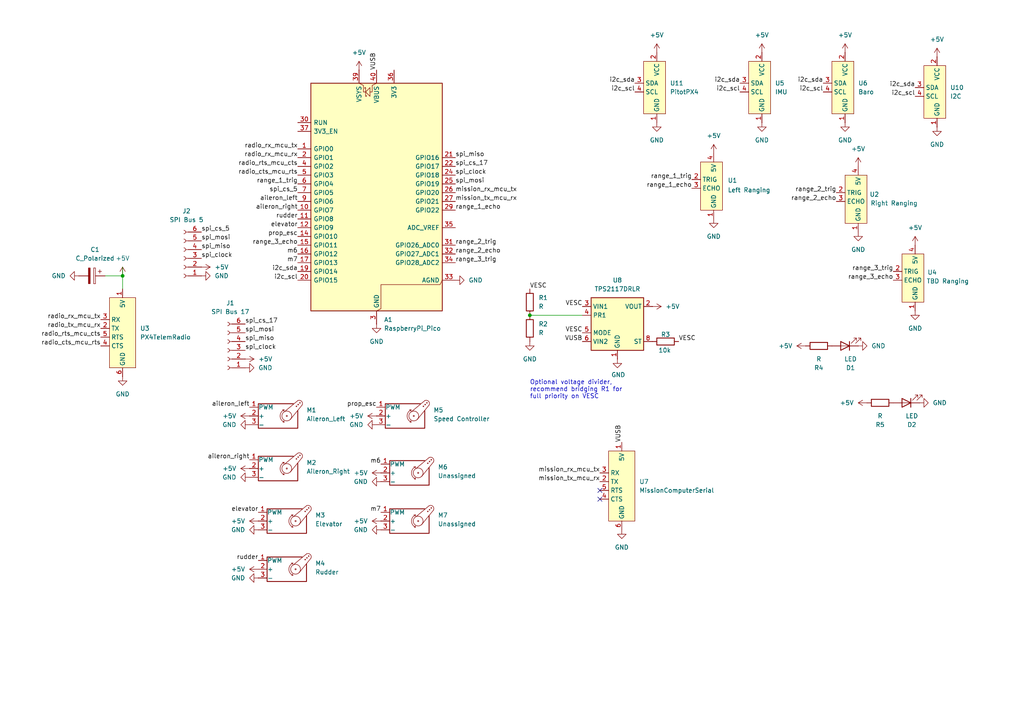
<source format=kicad_sch>
(kicad_sch (version 20250114) (generator "eeschema") (generator_version "9.0")
  (paper "A4")
  (lib_symbols
    (symbol "Connector:Conn_01x06_Socket" (pin_names (offset 1.016) (hide yes))
      (property "Reference" "J" (at 0 7.62 0))
      (property "Value" "Conn_01x06_Socket" (at 0 -10.16 0))
      (symbol "Conn_01x06_Socket_1_1"
        (polyline (pts (xy -1.27 5.08) (xy -0.508 5.08)) (stroke (width 0.1524)))
        (polyline (pts (xy -1.27 2.54) (xy -0.508 2.54)) (stroke (width 0.1524)))
        (polyline (pts (xy -1.27 0) (xy -0.508 0)) (stroke (width 0.1524)))
        (polyline (pts (xy -1.27 -2.54) (xy -0.508 -2.54)) (stroke (width 0.1524)))
        (polyline (pts (xy -1.27 -5.08) (xy -0.508 -5.08)) (stroke (width 0.1524)))
        (polyline (pts (xy -1.27 -7.62) (xy -0.508 -7.62)) (stroke (width 0.1524)))
        (arc (start 0 4.572) (mid -0.5058 5.08) (end 0 5.588) (stroke (width 0.1524)))
        (arc (start 0 2.032) (mid -0.5058 2.54) (end 0 3.048) (stroke (width 0.1524)))
        (arc (start 0 -0.508) (mid -0.5058 0) (end 0 0.508) (stroke (width 0.1524)))
        (arc (start 0 -3.048) (mid -0.5058 -2.54) (end 0 -2.032) (stroke (width 0.1524)))
        (arc (start 0 -5.588) (mid -0.5058 -5.08) (end 0 -4.572) (stroke (width 0.1524)))
        (arc (start 0 -8.128) (mid -0.5058 -7.62) (end 0 -7.112) (stroke (width 0.1524)))
        (pin passive line (at -5.08 5.08 0) (length 3.81) (name "Pin_1") (number "1"))
        (pin passive line (at -5.08 2.54 0) (length 3.81) (name "Pin_2") (number "2"))
        (pin passive line (at -5.08 0 0) (length 3.81) (name "Pin_3") (number "3"))
        (pin passive line (at -5.08 -2.54 0) (length 3.81) (name "Pin_4") (number "4"))
        (pin passive line (at -5.08 -5.08 0) (length 3.81) (name "Pin_5") (number "5"))
        (pin passive line (at -5.08 -7.62 0) (length 3.81) (name "Pin_6") (number "6"))
      )
    )
    (symbol "Connector:STEMMA"
      (property "Reference" "U" (at 4.572 1.016 0))
      (property "Value" "STEMMA I2C" (at 4.572 -1.016 0))
      (symbol "STEMMA_1_1"
        (rectangle (start -2.54 7.62) (end 3.81 -7.62) (fill (type background)))
        (pin bidirectional line (at -5.08 1.27 0) (length 2.54) (name "SDA") (number "3"))
        (pin input line (at -5.08 -1.27 0) (length 2.54) (name "SCL") (number "4"))
        (pin power_in line (at 1.27 10.16 270) (length 2.54) (name "VCC") (number "2"))
        (pin input line (at 1.27 -10.16 90) (length 2.54) (name "GND") (number "1"))
      )
    )
    (symbol "Device:C_Polarized" (pin_numbers (hide yes)) (pin_names (offset 0.254))
      (property "Reference" "C" (at 0.635 2.54 0))
      (property "Value" "C_Polarized" (at 0.635 -2.54 0))
      (symbol "C_Polarized_0_1"
        (rectangle (start -2.286 0.508) (end 2.286 1.016))
        (polyline (pts (xy -1.778 2.286) (xy -0.762 2.286)))
        (polyline (pts (xy -1.27 2.794) (xy -1.27 1.778)))
        (rectangle (start 2.286 -0.508) (end -2.286 -1.016) (fill (type outline)))
      )
      (symbol "C_Polarized_1_1"
        (pin passive line (at 0 3.81 270) (length 2.794) (name "~") (number "1"))
        (pin passive line (at 0 -3.81 90) (length 2.794) (name "~") (number "2"))
      )
    )
    (symbol "Device:LED" (pin_numbers (hide yes)) (pin_names (offset 1.016) (hide yes))
      (property "Reference" "D" (at 0 2.54 0))
      (property "Value" "LED" (at 0 -2.54 0))
      (symbol "LED_0_1"
        (polyline (pts (xy -3.048 -0.762) (xy -4.572 -2.286) (xy -3.81 -2.286) (xy -4.572 -2.286) (xy -4.572 -1.524)))
        (polyline (pts (xy -1.778 -0.762) (xy -3.302 -2.286) (xy -2.54 -2.286) (xy -3.302 -2.286) (xy -3.302 -1.524)))
        (polyline (pts (xy -1.27 0) (xy 1.27 0)))
        (polyline (pts (xy -1.27 -1.27) (xy -1.27 1.27)) (stroke (width 0.254)))
        (polyline (pts (xy 1.27 -1.27) (xy 1.27 1.27) (xy -1.27 0) (xy 1.27 -1.27)) (stroke (width 0.254)))
      )
      (symbol "LED_1_1"
        (pin passive line (at -3.81 0 0) (length 2.54) (name "K") (number "1"))
        (pin passive line (at 3.81 0 180) (length 2.54) (name "A") (number "2"))
      )
    )
    (symbol "Device:R" (pin_numbers (hide yes)) (pin_names (offset 0))
      (property "Reference" "R" (at 2.032 0 90))
      (property "Value" "R" (at 0 0 90))
      (symbol "R_0_1"
        (rectangle (start -1.016 -2.54) (end 1.016 2.54) (stroke (width 0.254)))
      )
      (symbol "R_1_1"
        (pin passive line (at 0 3.81 270) (length 1.27) (name "~") (number "1"))
        (pin passive line (at 0 -3.81 90) (length 1.27) (name "~") (number "2"))
      )
    )
    (symbol "MCU_Module:RaspberryPi_Pico" (pin_names (offset 0.762))
      (property "Reference" "A" (at -19.05 35.56 0))
      (property "Value" "RaspberryPi_Pico" (at 7.62 35.56 0))
      (symbol "RaspberryPi_Pico_0_1"
        (rectangle (start -19.05 34.29) (end 19.05 -31.75) (stroke (width 0.254)) (fill (type background)))
        (polyline (pts (xy -5.08 34.29) (xy -3.81 33.655) (xy -3.81 31.75) (xy -3.175 31.75)))
        (polyline (pts (xy -3.429 32.766) (xy -3.429 33.02) (xy -3.175 33.02) (xy -3.175 30.48) (xy -2.921 30.48) (xy -2.921 30.734)))
        (polyline (pts (xy -3.175 31.75) (xy -1.905 33.02) (xy -1.905 30.48) (xy -3.175 31.75)))
        (polyline (pts (xy 0 34.29) (xy -1.27 33.655) (xy -1.27 31.75) (xy -1.905 31.75)))
        (polyline (pts (xy 0 -31.75) (xy 1.27 -31.115) (xy 1.27 -24.13) (xy 18.415 -24.13) (xy 19.05 -22.86)))
      )
      (symbol "RaspberryPi_Pico_1_1"
        (pin passive line (at -22.86 22.86 0) (length 3.81) (name "RUN") (number "30"))
        (pin passive line (at -22.86 20.32 0) (length 3.81) (name "3V3_EN") (number "37"))
        (pin bidirectional line (at -22.86 15.24 0) (length 3.81) (name "GPIO0") (number "1"))
        (pin bidirectional line (at -22.86 12.7 0) (length 3.81) (name "GPIO1") (number "2"))
        (pin bidirectional line (at -22.86 10.16 0) (length 3.81) (name "GPIO2") (number "4"))
        (pin bidirectional line (at -22.86 7.62 0) (length 3.81) (name "GPIO3") (number "5"))
        (pin bidirectional line (at -22.86 5.08 0) (length 3.81) (name "GPIO4") (number "6"))
        (pin bidirectional line (at -22.86 2.54 0) (length 3.81) (name "GPIO5") (number "7"))
        (pin bidirectional line (at -22.86 0 0) (length 3.81) (name "GPIO6") (number "9"))
        (pin bidirectional line (at -22.86 -2.54 0) (length 3.81) (name "GPIO7") (number "10"))
        (pin bidirectional line (at -22.86 -5.08 0) (length 3.81) (name "GPIO8") (number "11"))
        (pin bidirectional line (at -22.86 -7.62 0) (length 3.81) (name "GPIO9") (number "12"))
        (pin bidirectional line (at -22.86 -10.16 0) (length 3.81) (name "GPIO10") (number "14"))
        (pin bidirectional line (at -22.86 -12.7 0) (length 3.81) (name "GPIO11") (number "15"))
        (pin bidirectional line (at -22.86 -15.24 0) (length 3.81) (name "GPIO12") (number "16"))
        (pin bidirectional line (at -22.86 -17.78 0) (length 3.81) (name "GPIO13") (number "17"))
        (pin bidirectional line (at -22.86 -20.32 0) (length 3.81) (name "GPIO14") (number "19"))
        (pin bidirectional line (at -22.86 -22.86 0) (length 3.81) (name "GPIO15") (number "20"))
        (pin power_in line (at -5.08 38.1 270) (length 3.81) (name "VSYS") (number "39"))
        (pin power_out line (at 0 38.1 270) (length 3.81) (name "VBUS") (number "40"))
        (pin passive line (at 0 -35.56 90) (length 3.81) (hide yes) (name "GND") (number "13"))
        (pin passive line (at 0 -35.56 90) (length 3.81) (hide yes) (name "GND") (number "18"))
        (pin passive line (at 0 -35.56 90) (length 3.81) (hide yes) (name "GND") (number "23"))
        (pin passive line (at 0 -35.56 90) (length 3.81) (hide yes) (name "GND") (number "28"))
        (pin power_out line (at 0 -35.56 90) (length 3.81) (name "GND") (number "3"))
        (pin passive line (at 0 -35.56 90) (length 3.81) (hide yes) (name "GND") (number "38"))
        (pin passive line (at 0 -35.56 90) (length 3.81) (hide yes) (name "GND") (number "8"))
        (pin power_out line (at 5.08 38.1 270) (length 3.81) (name "3V3") (number "36"))
        (pin bidirectional line (at 22.86 12.7 180) (length 3.81) (name "GPIO16") (number "21"))
        (pin bidirectional line (at 22.86 10.16 180) (length 3.81) (name "GPIO17") (number "22"))
        (pin bidirectional line (at 22.86 7.62 180) (length 3.81) (name "GPIO18") (number "24"))
        (pin bidirectional line (at 22.86 5.08 180) (length 3.81) (name "GPIO19") (number "25"))
        (pin bidirectional line (at 22.86 2.54 180) (length 3.81) (name "GPIO20") (number "26"))
        (pin bidirectional line (at 22.86 0 180) (length 3.81) (name "GPIO21") (number "27"))
        (pin bidirectional line (at 22.86 -2.54 180) (length 3.81) (name "GPIO22") (number "29"))
        (pin power_in line (at 22.86 -7.62 180) (length 3.81) (name "ADC_VREF") (number "35"))
        (pin bidirectional line (at 22.86 -12.7 180) (length 3.81) (name "GPIO26_ADC0") (number "31"))
        (pin bidirectional line (at 22.86 -15.24 180) (length 3.81) (name "GPIO27_ADC1") (number "32"))
        (pin bidirectional line (at 22.86 -17.78 180) (length 3.81) (name "GPIO28_ADC2") (number "34"))
        (pin power_out line (at 22.86 -22.86 180) (length 3.81) (name "AGND") (number "33"))
      )
    )
    (symbol "Motor:Motor_Servo" (pin_names (offset 0.0254))
      (property "Reference" "M" (at -5.08 4.445 0))
      (property "Value" "Motor_Servo" (at -5.08 -4.064 0))
      (symbol "Motor_Servo_0_1"
        (polyline (pts (xy 2.413 1.778) (xy 1.905 1.778)))
        (polyline (pts (xy 2.413 1.778) (xy 2.286 1.397)))
        (polyline (pts (xy 2.413 -1.778) (xy 2.032 -1.778)))
        (polyline (pts (xy 2.413 -1.778) (xy 2.286 -1.397)))
        (arc (start 2.413 -1.778) (mid 1.2406 0) (end 2.413 1.778))
        (circle (center 3.175 0) (radius 0.1778))
        (circle (center 3.175 0) (radius 1.4224))
        (polyline (pts (xy 5.08 3.556) (xy -5.08 3.556) (xy -5.08 -3.556) (xy 6.35 -3.556) (xy 6.35 1.524)) (stroke (width 0.254)))
        (circle (center 5.969 2.794) (radius 0.127))
        (polyline (pts (xy 6.35 4.445) (xy 2.54 1.27)))
        (circle (center 6.477 3.302) (radius 0.127))
        (arc (start 6.35 4.445) (mid 7.4487 4.2737) (end 7.62 3.175))
        (circle (center 6.985 3.81) (radius 0.127))
        (polyline (pts (xy 7.62 3.175) (xy 4.191 -1.016)))
      )
      (symbol "Motor_Servo_1_1"
        (pin passive line (at -7.62 2.54 0) (length 2.54) (name "PWM") (number "1"))
        (pin passive line (at -7.62 0 0) (length 2.54) (name "+") (number "2"))
        (pin passive line (at -7.62 -2.54 0) (length 2.54) (name "-") (number "3"))
      )
    )
    (symbol "Power_Management:TPS2117DRLR"
      (property "Reference" "U" (at -7.874 9.144 0))
      (property "Value" "TPS2117DRLR" (at 0.508 -8.89 0))
      (symbol "TPS2117DRLR_0_1"
        (rectangle (start -7.62 7.62) (end 7.62 -7.62) (stroke (width 0.254)) (fill (type background)))
      )
      (symbol "TPS2117DRLR_1_0"
        (pin power_out line (at 10.16 5.08 180) (length 2.54) (hide yes) (name "VOUT") (number "7"))
      )
      (symbol "TPS2117DRLR_1_1"
        (pin power_in line (at -10.16 5.08 0) (length 2.54) (name "VIN1") (number "3"))
        (pin input line (at -10.16 2.54 0) (length 2.54) (name "PR1") (number "4"))
        (pin input line (at -10.16 -2.54 0) (length 2.54) (name "MODE") (number "5"))
        (pin power_in line (at -10.16 -5.08 0) (length 2.54) (name "VIN2") (number "6"))
        (pin power_in line (at 0 -10.16 90) (length 2.54) (name "GND") (number "1"))
        (pin power_out line (at 10.16 5.08 180) (length 2.54) (name "VOUT") (number "2"))
        (pin open_collector line (at 10.16 -5.08 180) (length 2.54) (name "ST") (number "8"))
      )
    )
    (symbol "RF_Module:PX4TelemRadio"
      (property "Reference" "U" (at 7.112 0 0))
      (property "Value" "PX4TelemRadio" (at 7.112 -2.286 0))
      (symbol "PX4TelemRadio_1_1"
        (rectangle (start -1.2699 5.08) (end 6.3499 -15.24) (fill (type background)))
        (pin input line (at -3.81 -1.27 0) (length 2.54) (name "RX") (number "3"))
        (pin output line (at -3.81 -3.81 0) (length 2.54) (name "TX") (number "2"))
        (pin output line (at -3.81 -6.35 0) (length 2.54) (name "RTS") (number "5"))
        (pin input line (at -3.81 -8.89 0) (length 2.54) (name "CTS") (number "4"))
        (pin power_in line (at 2.54 7.62 270) (length 2.54) (name "5V") (number "1"))
        (pin input line (at 2.54 -17.78 90) (length 2.54) (name "GND") (number "6"))
      )
    )
    (symbol "Sensor_Distance:HC-SR04"
      (property "Reference" "U" (at 4.826 1.016 0))
      (property "Value" "HC-SR04" (at 4.826 -1.016 0))
      (symbol "HC-SR04_1_1"
        (rectangle (start -2.54 6.35) (end 3.81 -7.62) (fill (type background)))
        (pin input line (at -5.08 1.27 0) (length 2.54) (name "TRIG") (number "2"))
        (pin output line (at -5.08 -1.27 0) (length 2.54) (name "ECHO") (number "3"))
        (pin power_in line (at 1.27 8.89 270) (length 2.54) (name "5V") (number "4"))
        (pin input line (at 1.27 -10.16 90) (length 2.54) (name "GND") (number "1"))
      )
    )
    (symbol "power:+5V" (power) (pin_numbers (hide yes)) (pin_names (offset 0) (hide yes))
      (property "Value" "+5V" (at 0 3.556 0))
      (symbol "+5V_0_1"
        (polyline (pts (xy -0.762 1.27) (xy 0 2.54)))
        (polyline (pts (xy 0 2.54) (xy 0.762 1.27)))
        (polyline (pts (xy 0 0) (xy 0 2.54)))
      )
      (symbol "+5V_1_1"
        (pin power_in line (at 0 0 90) (length 0) (name "~") (number "1"))
      )
    )
    (symbol "power:GND" (power) (pin_numbers (hide yes)) (pin_names (offset 0) (hide yes))
      (property "Value" "GND" (at 0 -3.81 0))
      (symbol "GND_0_1"
        (polyline (pts (xy 0 0) (xy 0 -1.27) (xy 1.27 -1.27) (xy 0 -2.54) (xy -1.27 -1.27) (xy 0 -1.27)))
      )
      (symbol "GND_1_1"
        (pin power_in line (at 0 0 270) (length 0) (name "~") (number "1"))
      )
    )
  )
  (text "Optional voltage divider, \nrecommend bridging R1 for \nfull priority on VESC" (at 153.67 113.03 0) (effects (font (size 1.27 1.27)) (justify left)))
  (junction (at 153.67 91.44))
  (junction (at 35.56 80.01))
  (no_connect (at 173.99 142.24))
  (no_connect (at 173.99 144.78))
  (wire (pts (xy 35.56 80.01) (xy 35.56 83.82)))
  (wire (pts (xy 153.67 91.44) (xy 168.91 91.44)))
  (wire (pts (xy 35.56 77.47) (xy 35.56 80.01)))
  (wire (pts (xy 35.56 80.01) (xy 30.48 80.01)))
  (label "radio_rx_mcu_tx" (at 86.36 43.18 180))
  (label "i2c_sda" (at 238.76 24.13 180))
  (label "spi_clock" (at 58.42 74.93 0))
  (label "spi_miso" (at 71.12 99.06 0))
  (label "aileron_left" (at 86.36 58.42 180))
  (label "range_3_echo" (at 259.08 81.28 180))
  (label "m6" (at 86.36 73.66 180))
  (label "m6" (at 110.49 134.62 180))
  (label "range_1_echo" (at 132.08 60.96 0))
  (label "spi_cs_5" (at 58.42 67.31 0))
  (label "i2c_scl" (at 265.43 27.94 180))
  (label "radio_rts_mcu_cts" (at 86.36 48.26 180))
  (label "range_1_trig" (at 200.66 52.07 180))
  (label "VUSB" (at 180.34 128.27 90))
  (label "spi_miso" (at 58.42 72.39 0))
  (label "spi_cs_17" (at 71.12 93.98 0))
  (label "i2c_sda" (at 265.43 25.4 180))
  (label "VESC" (at 168.91 88.9 180))
  (label "range_1_echo" (at 200.66 54.61 180))
  (label "mission_rx_mcu_tx" (at 173.99 137.16 180))
  (label "radio_rts_mcu_cts" (at 29.21 97.79 180))
  (label "i2c_sda" (at 86.36 78.74 180))
  (label "range_2_trig" (at 242.57 55.88 180))
  (label "VESC" (at 168.91 96.52 180))
  (label "range_3_echo" (at 86.36 71.12 180))
  (label "range_1_trig" (at 86.36 53.34 180))
  (label "spi_clock" (at 71.12 101.6 0))
  (label "i2c_sda" (at 184.15 24.13 180))
  (label "range_2_trig" (at 132.08 71.12 0))
  (label "rudder" (at 74.93 162.56 180))
  (label "prop_esc" (at 109.22 118.11 180))
  (label "i2c_sda" (at 214.63 24.13 180))
  (label "i2c_scl" (at 86.36 81.28 180))
  (label "VUSB" (at 168.91 99.06 180))
  (label "i2c_scl" (at 184.15 26.67 180))
  (label "spi_mosi" (at 132.08 53.34 0))
  (label "i2c_scl" (at 238.76 26.67 180))
  (label "radio_cts_mcu_rts" (at 29.21 100.33 180))
  (label "m7" (at 110.49 148.59 180))
  (label "m7" (at 86.36 76.2 180))
  (label "VESC" (at 196.85 99.06 0))
  (label "mission_tx_mcu_rx" (at 132.08 58.42 0))
  (label "radio_rx_mcu_rx" (at 86.36 45.72 180))
  (label "range_2_echo" (at 132.08 73.66 0))
  (label "aileron_right" (at 86.36 60.96 180))
  (label "spi_mosi" (at 58.42 69.85 0))
  (label "mission_rx_mcu_tx" (at 132.08 55.88 0))
  (label "spi_mosi" (at 71.12 96.52 0))
  (label "elevator" (at 86.36 66.04 180))
  (label "radio_rx_mcu_tx" (at 29.21 92.71 180))
  (label "range_3_trig" (at 132.08 76.2 0))
  (label "VUSB" (at 109.22 20.32 90))
  (label "spi_cs_17" (at 132.08 48.26 0))
  (label "aileron_right" (at 72.39 133.35 180))
  (label "radio_tx_mcu_rx" (at 29.21 95.25 180))
  (label "radio_cts_mcu_rts" (at 86.36 50.8 180))
  (label "range_2_echo" (at 242.57 58.42 180))
  (label "range_3_trig" (at 259.08 78.74 180))
  (label "aileron_left" (at 72.39 118.11 180))
  (label "elevator" (at 74.93 148.59 180))
  (label "spi_miso" (at 132.08 45.72 0))
  (label "spi_clock" (at 132.08 50.8 0))
  (label "rudder" (at 86.36 63.5 180))
  (label "mission_tx_mcu_rx" (at 173.99 139.7 180))
  (label "i2c_scl" (at 214.63 26.67 180))
  (label "prop_esc" (at 86.36 68.58 180))
  (label "VESC" (at 153.67 83.82 0))
  (label "spi_cs_5" (at 86.36 55.88 180))
  (symbol (lib_id "Motor:Motor_Servo") (at 118.11 137.16 0) (unit 1)
    (property "Reference" "M6" (at 127 135.4568 0) (effects (justify left)))
    (property "Value" "Unassigned" (at 127 137.9968 0) (effects (justify left)))
    (property "Footprint" "Connector_JST:JST_PH_B3B-PH-K_1x03_P2.00mm_Vertical" (effects (hide yes)))
    (property "Datasheet" "http://forums.parallax.com/uploads/attachments/46831/74481.png" (effects (hide yes)))
    (property "Description" "Servo Motor (Futaba, HiTec, JR connector)" (effects (hide yes)))
  )
  (symbol (lib_id "power:GND") (at 271.78 36.83 0) (unit 1)
    (property "Reference" "#PWR016" (effects (hide yes)))
    (property "Value" "GND" (at 271.78 41.91 0))
    (property "Description" "Power symbol creates a global label with name \"GND\" , ground" (effects (hide yes)))
  )
  (symbol (lib_id "Sensor_Distance:HC-SR04") (at 247.65 57.15 0) (unit 1)
    (property "Reference" "U2" (at 252.222 56.388 0) (effects (justify left)))
    (property "Value" "Right Ranging" (at 252.476 58.928 0) (effects (justify left)))
    (property "Footprint" "Connector_JST:JST_PH_B4B-PH-K_1x04_P2.00mm_Vertical" (effects (hide yes)))
    (property "Description" "Right Ranging" (effects (hide yes)))
  )
  (symbol (lib_id "Connector:Conn_01x06_Socket") (at 66.04 101.6 180) (unit 1)
    (property "Reference" "J1" (at 66.802 87.884 0))
    (property "Value" "SPI Bus 17" (at 66.802 90.424 0))
    (property "Footprint" "Connector_JST:JST_PH_B6B-PH-K_1x06_P2.00mm_Vertical" (effects (hide yes)))
    (property "Description" "Generic connector, single row, 01x06, script generated" (effects (hide yes)))
  )
  (symbol (lib_id "power:+5V") (at 72.39 120.65 90) (unit 1)
    (property "Reference" "#PWR035" (effects (hide yes)))
    (property "Value" "+5V" (at 68.58 120.6499 90) (effects (justify left)))
    (property "Description" "Power symbol creates a global label with name \"+5V\"" (effects (hide yes)))
  )
  (symbol (lib_id "power:GND") (at 132.08 81.28 90) (unit 1)
    (property "Reference" "#PWR013" (effects (hide yes)))
    (property "Value" "GND" (at 135.89 81.2799 90) (effects (justify right)))
    (property "Description" "Power symbol creates a global label with name \"GND\" , ground" (effects (hide yes)))
  )
  (symbol (lib_id "Device:R") (at 237.49 100.33 270) (unit 1)
    (property "Reference" "R4" (at 237.49 106.68 90))
    (property "Value" "R" (at 237.49 104.14 90))
    (property "Footprint" "Resistor_THT:R_Axial_DIN0309_L9.0mm_D3.2mm_P12.70mm_Horizontal" (effects (hide yes)))
    (property "Description" "Resistor" (effects (hide yes)))
  )
  (symbol (lib_id "power:GND") (at 153.67 99.06 0) (unit 1)
    (property "Reference" "#PWR022" (effects (hide yes)))
    (property "Value" "GND" (at 153.67 104.14 0))
    (property "Description" "Power symbol creates a global label with name \"GND\" , ground" (effects (hide yes)))
  )
  (symbol (lib_id "power:+5V") (at 110.49 137.16 90) (unit 1)
    (property "Reference" "#PWR030" (effects (hide yes)))
    (property "Value" "+5V" (at 106.68 137.1599 90) (effects (justify left)))
    (property "Description" "Power symbol creates a global label with name \"+5V\"" (effects (hide yes)))
  )
  (symbol (lib_id "power:GND") (at 35.56 109.22 0) (unit 1)
    (property "Reference" "#PWR09" (effects (hide yes)))
    (property "Value" "GND" (at 35.56 114.3 0))
    (property "Description" "Power symbol creates a global label with name \"GND\" , ground" (effects (hide yes)))
  )
  (symbol (lib_id "power:GND") (at 220.98 35.56 0) (unit 1)
    (property "Reference" "#PWR014" (effects (hide yes)))
    (property "Value" "GND" (at 220.98 40.64 0))
    (property "Description" "Power symbol creates a global label with name \"GND\" , ground" (effects (hide yes)))
  )
  (symbol (lib_id "Motor:Motor_Servo") (at 82.55 165.1 0) (unit 1)
    (property "Reference" "M4" (at 91.44 163.3968 0) (effects (justify left)))
    (property "Value" "Rudder" (at 91.44 165.9368 0) (effects (justify left)))
    (property "Footprint" "Connector_JST:JST_PH_B3B-PH-K_1x03_P2.00mm_Vertical" (effects (hide yes)))
    (property "Datasheet" "http://forums.parallax.com/uploads/attachments/46831/74481.png" (effects (hide yes)))
    (property "Description" "Servo Motor (Futaba, HiTec, JR connector)" (effects (hide yes)))
  )
  (symbol (lib_id "power:GND") (at 248.92 100.33 90) (unit 1)
    (property "Reference" "#PWR042" (effects (hide yes)))
    (property "Value" "GND" (at 252.73 100.3301 90) (effects (justify right)))
    (property "Description" "Power symbol creates a global label with name \"GND\" , ground" (effects (hide yes)))
  )
  (symbol (lib_id "power:+5V") (at 233.68 100.33 90) (unit 1)
    (property "Reference" "#PWR044" (effects (hide yes)))
    (property "Value" "+5V" (at 229.87 100.3301 90) (effects (justify left)))
    (property "Description" "Power symbol creates a global label with name \"+5V\"" (effects (hide yes)))
  )
  (symbol (lib_id "power:GND") (at 109.22 93.98 0) (unit 1)
    (property "Reference" "#PWR046" (effects (hide yes)))
    (property "Value" "GND" (at 109.22 99.06 0))
    (property "Description" "Power symbol creates a global label with name \"GND\" , ground" (effects (hide yes)))
  )
  (symbol (lib_id "power:+5V") (at 265.43 71.12 0) (unit 1)
    (property "Reference" "#PWR023" (effects (hide yes)))
    (property "Value" "+5V" (at 265.43 66.04 0))
    (property "Description" "Power symbol creates a global label with name \"+5V\"" (effects (hide yes)))
  )
  (symbol (lib_id "Device:R") (at 153.67 95.25 0) (unit 1)
    (property "Reference" "R2" (at 156.21 93.9799 0) (effects (justify left)))
    (property "Value" "R" (at 156.21 96.5199 0) (effects (justify left)))
    (property "Footprint" "Resistor_THT:R_Axial_DIN0309_L9.0mm_D3.2mm_P12.70mm_Horizontal" (effects (hide yes)))
    (property "Description" "Resistor" (effects (hide yes)))
  )
  (symbol (lib_id "power:+5V") (at 74.93 165.1 90) (unit 1)
    (property "Reference" "#PWR033" (effects (hide yes)))
    (property "Value" "+5V" (at 71.12 165.0999 90) (effects (justify left)))
    (property "Description" "Power symbol creates a global label with name \"+5V\"" (effects (hide yes)))
  )
  (symbol (lib_id "power:GND") (at 109.22 123.19 270) (unit 1)
    (property "Reference" "#PWR08" (effects (hide yes)))
    (property "Value" "GND" (at 105.41 123.1899 90) (effects (justify right)))
    (property "Description" "Power symbol creates a global label with name \"GND\" , ground" (effects (hide yes)))
  )
  (symbol (lib_id "MCU_Module:RaspberryPi_Pico") (at 109.22 58.42 0) (unit 1)
    (property "Reference" "A1" (at 111.3633 92.71 0) (effects (justify left)))
    (property "Value" "RaspberryPi_Pico" (at 111.3633 95.25 0) (effects (justify left)))
    (property "Footprint" "Module:RaspberryPi_Pico_Common_Unspecified" (effects (hide yes)))
    (property "Datasheet" "https://datasheets.raspberrypi.com/pico/pico-datasheet.pdf" (effects (hide yes)))
    (property "Description" "Versatile and inexpensive microcontroller module powered by RP2040 dual-core Arm Cortex-M0+ processor up to 133 MHz, 264kB SRAM, 2MB QSPI flash; also supports Raspberry Pi Pico 2" (effects (hide yes)))
  )
  (symbol (lib_id "power:+5V") (at 71.12 104.14 270) (unit 1)
    (property "Reference" "#PWR038" (effects (hide yes)))
    (property "Value" "+5V" (at 74.93 104.1399 90) (effects (justify left)))
    (property "Description" "Power symbol creates a global label with name \"+5V\"" (effects (hide yes)))
  )
  (symbol (lib_id "Sensor_Distance:HC-SR04") (at 264.16 80.01 0) (unit 1)
    (property "Reference" "U4" (at 268.986 78.994 0) (effects (justify left)))
    (property "Value" "TBD Ranging" (at 268.732 81.534 0) (effects (justify left)))
    (property "Footprint" "Connector_JST:JST_PH_B4B-PH-K_1x04_P2.00mm_Vertical" (effects (hide yes)))
    (property "Description" "TBD Ranging" (effects (hide yes)))
  )
  (symbol (lib_id "Device:C_Polarized") (at 26.67 80.01 270) (unit 1)
    (property "Reference" "C1" (at 27.559 72.39 90))
    (property "Value" "C_Polarized" (at 27.559 74.93 90))
    (property "Footprint" "Capacitor_THT:CP_Radial_D6.3mm_P2.50mm" (effects (hide yes)))
    (property "Description" "Polarized capacitor" (effects (hide yes)))
  )
  (symbol (lib_id "Connector:STEMMA") (at 189.23 25.4 0) (unit 1)
    (property "Reference" "U11" (at 194.31 24.1299 0) (effects (justify left)))
    (property "Value" "PitotPX4" (at 194.31 26.6699 0) (effects (justify left)))
    (property "Footprint" "Connector_JST:JST_PH_B4B-PH-K_1x04_P2.00mm_Vertical" (effects (hide yes)))
  )
  (symbol (lib_id "RF_Module:PX4TelemRadio") (at 33.02 91.44 0) (unit 1)
    (property "Reference" "U3" (at 40.64 95.2499 0) (effects (justify left)))
    (property "Value" "PX4TelemRadio" (at 40.64 97.7899 0) (effects (justify left)))
    (property "Footprint" "Connector_JST:JST_GH_SM06B-GHS-TB_1x06-1MP_P1.25mm_Horizontal" (effects (hide yes)))
  )
  (symbol (lib_id "Device:R") (at 255.27 116.84 270) (unit 1)
    (property "Reference" "R5" (at 255.27 123.19 90))
    (property "Value" "R" (at 255.27 120.65 90))
    (property "Footprint" "Resistor_THT:R_Axial_DIN0309_L9.0mm_D3.2mm_P12.70mm_Horizontal" (effects (hide yes)))
    (property "Description" "Resistor" (effects (hide yes)))
  )
  (symbol (lib_id "power:+5V") (at 189.23 88.9 270) (unit 1)
    (property "Reference" "#PWR021" (effects (hide yes)))
    (property "Value" "+5V" (at 193.04 88.8999 90) (effects (justify left)))
    (property "Description" "Power symbol creates a global label with name \"+5V\"" (effects (hide yes)))
  )
  (symbol (lib_id "power:GND") (at 190.5 35.56 0) (unit 1)
    (property "Reference" "#PWR07" (effects (hide yes)))
    (property "Value" "GND" (at 190.5 40.64 0))
    (property "Description" "Power symbol creates a global label with name \"GND\" , ground" (effects (hide yes)))
  )
  (symbol (lib_id "Device:LED") (at 245.11 100.33 180) (unit 1)
    (property "Reference" "D1" (at 246.6975 106.68 0))
    (property "Value" "LED" (at 246.6975 104.14 0))
    (property "Footprint" "Connector_JST:JST_PH_B2B-PH-K_1x02_P2.00mm_Vertical" (effects (hide yes)))
    (property "Description" "Light emitting diode" (effects (hide yes)))
    (property "Sim.Pins" "1=K 2=A" (effects (hide yes)))
  )
  (symbol (lib_id "Motor:Motor_Servo") (at 116.84 120.65 0) (unit 1)
    (property "Reference" "M5" (at 125.73 118.9468 0) (effects (justify left)))
    (property "Value" "Speed Controller" (at 125.73 121.4868 0) (effects (justify left)))
    (property "Footprint" "Connector_JST:JST_PH_B3B-PH-K_1x03_P2.00mm_Vertical" (effects (hide yes)))
    (property "Datasheet" "http://forums.parallax.com/uploads/attachments/46831/74481.png" (effects (hide yes)))
    (property "Description" "Servo Motor (Futaba, HiTec, JR connector)" (effects (hide yes)))
  )
  (symbol (lib_id "power:+5V") (at 190.5 15.24 0) (unit 1)
    (property "Reference" "#PWR036" (effects (hide yes)))
    (property "Value" "+5V" (at 190.5 10.16 0))
    (property "Description" "Power symbol creates a global label with name \"+5V\"" (effects (hide yes)))
  )
  (symbol (lib_id "Sensor_Distance:HC-SR04") (at 205.74 53.34 0) (unit 1)
    (property "Reference" "U1" (at 211.074 52.324 0) (effects (justify left)))
    (property "Value" "Left Ranging" (at 211.074 55.118 0) (effects (justify left)))
    (property "Footprint" "Connector_JST:JST_PH_B4B-PH-K_1x04_P2.00mm_Vertical" (effects (hide yes)))
    (property "Description" "Left Ranging" (effects (hide yes)))
  )
  (symbol (lib_id "power:+5V") (at 207.01 44.45 0) (unit 1)
    (property "Reference" "#PWR025" (effects (hide yes)))
    (property "Value" "+5V" (at 207.01 39.37 0))
    (property "Description" "Power symbol creates a global label with name \"+5V\"" (effects (hide yes)))
  )
  (symbol (lib_id "power:+5V") (at 58.42 77.47 270) (unit 1)
    (property "Reference" "#PWR039" (effects (hide yes)))
    (property "Value" "+5V" (at 62.23 77.4699 90) (effects (justify left)))
    (property "Description" "Power symbol creates a global label with name \"+5V\"" (effects (hide yes)))
  )
  (symbol (lib_id "power:GND") (at 180.34 153.67 0) (unit 1)
    (property "Reference" "#PWR018" (effects (hide yes)))
    (property "Value" "GND" (at 180.34 158.75 0))
    (property "Description" "Power symbol creates a global label with name \"GND\" , ground" (effects (hide yes)))
  )
  (symbol (lib_id "Device:R") (at 193.04 99.06 90) (unit 1)
    (property "Reference" "R3" (at 193.04 97.028 90))
    (property "Value" "10k" (at 192.786 101.6 90))
    (property "Footprint" "Resistor_THT:R_Axial_DIN0309_L9.0mm_D3.2mm_P12.70mm_Horizontal" (effects (hide yes)))
    (property "Description" "Resistor" (effects (hide yes)))
  )
  (symbol (lib_id "Motor:Motor_Servo") (at 80.01 120.65 0) (unit 1)
    (property "Reference" "M1" (at 88.9 118.9468 0) (effects (justify left)))
    (property "Value" "Aileron_Left" (at 88.9 121.4868 0) (effects (justify left)))
    (property "Footprint" "Connector_JST:JST_PH_B3B-PH-K_1x03_P2.00mm_Vertical" (effects (hide yes)))
    (property "Datasheet" "http://forums.parallax.com/uploads/attachments/46831/74481.png" (effects (hide yes)))
    (property "Description" "Servo Motor (Futaba, HiTec, JR connector)" (effects (hide yes)))
  )
  (symbol (lib_id "power:GND") (at 245.11 35.56 0) (unit 1)
    (property "Reference" "#PWR015" (effects (hide yes)))
    (property "Value" "GND" (at 245.11 40.64 0))
    (property "Description" "Power symbol creates a global label with name \"GND\" , ground" (effects (hide yes)))
  )
  (symbol (lib_id "Motor:Motor_Servo") (at 118.11 151.13 0) (unit 1)
    (property "Reference" "M7" (at 127 149.4268 0) (effects (justify left)))
    (property "Value" "Unassigned" (at 127 151.9668 0) (effects (justify left)))
    (property "Footprint" "Connector_JST:JST_PH_B3B-PH-K_1x03_P2.00mm_Vertical" (effects (hide yes)))
    (property "Datasheet" "http://forums.parallax.com/uploads/attachments/46831/74481.png" (effects (hide yes)))
    (property "Description" "Servo Motor (Futaba, HiTec, JR connector)" (effects (hide yes)))
  )
  (symbol (lib_id "Motor:Motor_Servo") (at 82.55 151.13 0) (unit 1)
    (property "Reference" "M3" (at 91.44 149.4268 0) (effects (justify left)))
    (property "Value" "Elevator" (at 91.44 151.9668 0) (effects (justify left)))
    (property "Footprint" "Connector_JST:JST_PH_B3B-PH-K_1x03_P2.00mm_Vertical" (effects (hide yes)))
    (property "Datasheet" "http://forums.parallax.com/uploads/attachments/46831/74481.png" (effects (hide yes)))
    (property "Description" "Servo Motor (Futaba, HiTec, JR connector)" (effects (hide yes)))
  )
  (symbol (lib_id "power:GND") (at 207.01 63.5 0) (unit 1)
    (property "Reference" "#PWR010" (effects (hide yes)))
    (property "Value" "GND" (at 207.01 68.58 0))
    (property "Description" "Power symbol creates a global label with name \"GND\" , ground" (effects (hide yes)))
  )
  (symbol (lib_id "power:GND") (at 266.7 116.84 90) (unit 1)
    (property "Reference" "#PWR043" (effects (hide yes)))
    (property "Value" "GND" (at 270.51 116.8401 90) (effects (justify right)))
    (property "Description" "Power symbol creates a global label with name \"GND\" , ground" (effects (hide yes)))
  )
  (symbol (lib_id "power:+5V") (at 74.93 151.13 90) (unit 1)
    (property "Reference" "#PWR032" (effects (hide yes)))
    (property "Value" "+5V" (at 71.12 151.1299 90) (effects (justify left)))
    (property "Description" "Power symbol creates a global label with name \"+5V\"" (effects (hide yes)))
  )
  (symbol (lib_id "power:GND") (at 71.12 106.68 90) (unit 1)
    (property "Reference" "#PWR037" (effects (hide yes)))
    (property "Value" "GND" (at 74.93 106.6799 90) (effects (justify right)))
    (property "Description" "Power symbol creates a global label with name \"GND\" , ground" (effects (hide yes)))
  )
  (symbol (lib_id "power:+5V") (at 35.56 80.01 0) (unit 1)
    (property "Reference" "#PWR020" (effects (hide yes)))
    (property "Value" "+5V" (at 35.56 74.93 0))
    (property "Description" "Power symbol creates a global label with name \"+5V\"" (effects (hide yes)))
  )
  (symbol (lib_id "power:GND") (at 72.39 123.19 270) (unit 1)
    (property "Reference" "#PWR01" (effects (hide yes)))
    (property "Value" "GND" (at 68.58 123.1899 90) (effects (justify right)))
    (property "Description" "Power symbol creates a global label with name \"GND\" , ground" (effects (hide yes)))
  )
  (symbol (lib_id "power:+5V") (at 104.14 20.32 0) (unit 1)
    (property "Reference" "#PWR041" (effects (hide yes)))
    (property "Value" "+5V" (at 104.14 15.24 0))
    (property "Description" "Power symbol creates a global label with name \"+5V\"" (effects (hide yes)))
  )
  (symbol (lib_id "power:GND") (at 179.07 104.14 0) (unit 1)
    (property "Reference" "#PWR017" (effects (hide yes)))
    (property "Value" "GND" (at 179.324 108.712 0))
    (property "Description" "Power symbol creates a global label with name \"GND\" , ground" (effects (hide yes)))
  )
  (symbol (lib_id "Device:LED") (at 262.89 116.84 180) (unit 1)
    (property "Reference" "D2" (at 264.4775 123.19 0))
    (property "Value" "LED" (at 264.4775 120.65 0))
    (property "Footprint" "Connector_JST:JST_PH_B2B-PH-K_1x02_P2.00mm_Vertical" (effects (hide yes)))
    (property "Description" "Light emitting diode" (effects (hide yes)))
    (property "Sim.Pins" "1=K 2=A" (effects (hide yes)))
  )
  (symbol (lib_id "Connector:Conn_01x06_Socket") (at 53.34 74.93 180) (unit 1)
    (property "Reference" "J2" (at 54.102 61.214 0))
    (property "Value" "SPI Bus 5" (at 54.102 63.754 0))
    (property "Footprint" "Connector_JST:JST_PH_B6B-PH-K_1x06_P2.00mm_Vertical" (effects (hide yes)))
    (property "Description" "Generic connector, single row, 01x06, script generated" (effects (hide yes)))
  )
  (symbol (lib_id "power:GND") (at 265.43 90.17 0) (unit 1)
    (property "Reference" "#PWR012" (effects (hide yes)))
    (property "Value" "GND" (at 265.43 95.25 0))
    (property "Description" "Power symbol creates a global label with name \"GND\" , ground" (effects (hide yes)))
  )
  (symbol (lib_id "power:GND") (at 110.49 153.67 270) (unit 1)
    (property "Reference" "#PWR06" (effects (hide yes)))
    (property "Value" "GND" (at 106.68 153.6699 90) (effects (justify right)))
    (property "Description" "Power symbol creates a global label with name \"GND\" , ground" (effects (hide yes)))
  )
  (symbol (lib_id "power:GND") (at 58.42 80.01 90) (unit 1)
    (property "Reference" "#PWR040" (effects (hide yes)))
    (property "Value" "GND" (at 62.23 80.0099 90) (effects (justify right)))
    (property "Description" "Power symbol creates a global label with name \"GND\" , ground" (effects (hide yes)))
  )
  (symbol (lib_id "power:+5V") (at 109.22 120.65 90) (unit 1)
    (property "Reference" "#PWR029" (effects (hide yes)))
    (property "Value" "+5V" (at 105.41 120.6499 90) (effects (justify left)))
    (property "Description" "Power symbol creates a global label with name \"+5V\"" (effects (hide yes)))
  )
  (symbol (lib_id "power:+5V") (at 271.78 16.51 0) (unit 1)
    (property "Reference" "#PWR028" (effects (hide yes)))
    (property "Value" "+5V" (at 271.78 11.43 0))
    (property "Description" "Power symbol creates a global label with name \"+5V\"" (effects (hide yes)))
  )
  (symbol (lib_id "power:+5V") (at 220.98 15.24 0) (unit 1)
    (property "Reference" "#PWR026" (effects (hide yes)))
    (property "Value" "+5V" (at 220.98 10.16 0))
    (property "Description" "Power symbol creates a global label with name \"+5V\"" (effects (hide yes)))
  )
  (symbol (lib_id "RF_Module:PX4TelemRadio") (at 177.8 135.89 0) (unit 1)
    (property "Reference" "U7" (at 185.42 139.6999 0) (effects (justify left)))
    (property "Value" "MissionComputerSerial" (at 185.42 142.2399 0) (effects (justify left)))
    (property "Footprint" "Connector_JST:JST_GH_SM06B-GHS-TB_1x06-1MP_P1.25mm_Horizontal" (effects (hide yes)))
  )
  (symbol (lib_id "Connector:STEMMA") (at 219.71 25.4 0) (unit 1)
    (property "Reference" "U5" (at 224.79 24.1299 0) (effects (justify left)))
    (property "Value" "IMU" (at 224.79 26.6699 0) (effects (justify left)))
    (property "Footprint" "Connector_JST:JST_PH_B4B-PH-K_1x04_P2.00mm_Vertical" (effects (hide yes)))
  )
  (symbol (lib_id "power:GND") (at 248.92 67.31 0) (unit 1)
    (property "Reference" "#PWR011" (effects (hide yes)))
    (property "Value" "GND" (at 248.92 72.39 0))
    (property "Description" "Power symbol creates a global label with name \"GND\" , ground" (effects (hide yes)))
  )
  (symbol (lib_id "Connector:STEMMA") (at 243.84 25.4 0) (unit 1)
    (property "Reference" "U6" (at 248.92 24.1299 0) (effects (justify left)))
    (property "Value" "Baro" (at 248.92 26.6699 0) (effects (justify left)))
    (property "Footprint" "Connector_JST:JST_PH_B4B-PH-K_1x04_P2.00mm_Vertical" (effects (hide yes)))
  )
  (symbol (lib_id "power:+5V") (at 248.92 48.26 0) (unit 1)
    (property "Reference" "#PWR024" (effects (hide yes)))
    (property "Value" "+5V" (at 248.92 43.18 0))
    (property "Description" "Power symbol creates a global label with name \"+5V\"" (effects (hide yes)))
  )
  (symbol (lib_id "power:GND") (at 74.93 153.67 270) (unit 1)
    (property "Reference" "#PWR03" (effects (hide yes)))
    (property "Value" "GND" (at 71.12 153.6699 90) (effects (justify right)))
    (property "Description" "Power symbol creates a global label with name \"GND\" , ground" (effects (hide yes)))
  )
  (symbol (lib_id "power:+5V") (at 110.49 151.13 90) (unit 1)
    (property "Reference" "#PWR031" (effects (hide yes)))
    (property "Value" "+5V" (at 106.68 151.1299 90) (effects (justify left)))
    (property "Description" "Power symbol creates a global label with name \"+5V\"" (effects (hide yes)))
  )
  (symbol (lib_id "power:+5V") (at 245.11 15.24 0) (unit 1)
    (property "Reference" "#PWR027" (effects (hide yes)))
    (property "Value" "+5V" (at 245.11 10.16 0))
    (property "Description" "Power symbol creates a global label with name \"+5V\"" (effects (hide yes)))
  )
  (symbol (lib_id "Motor:Motor_Servo") (at 80.01 135.89 0) (unit 1)
    (property "Reference" "M2" (at 88.9 134.1868 0) (effects (justify left)))
    (property "Value" "Aileron_Right" (at 88.9 136.7268 0) (effects (justify left)))
    (property "Footprint" "Connector_JST:JST_PH_B3B-PH-K_1x03_P2.00mm_Vertical" (effects (hide yes)))
    (property "Datasheet" "http://forums.parallax.com/uploads/attachments/46831/74481.png" (effects (hide yes)))
    (property "Description" "Servo Motor (Futaba, HiTec, JR connector)" (effects (hide yes)))
  )
  (symbol (lib_id "power:GND") (at 22.86 80.01 270) (unit 1)
    (property "Reference" "#PWR019" (effects (hide yes)))
    (property "Value" "GND" (at 19.05 80.0099 90) (effects (justify right)))
    (property "Description" "Power symbol creates a global label with name \"GND\" , ground" (effects (hide yes)))
  )
  (symbol (lib_id "power:+5V") (at 251.46 116.84 90) (unit 1)
    (property "Reference" "#PWR045" (effects (hide yes)))
    (property "Value" "+5V" (at 247.65 116.8401 90) (effects (justify left)))
    (property "Description" "Power symbol creates a global label with name \"+5V\"" (effects (hide yes)))
  )
  (symbol (lib_id "Power_Management:TPS2117DRLR") (at 179.07 93.98 0) (unit 1)
    (property "Reference" "U8" (at 179.07 81.28 0))
    (property "Value" "TPS2117DRLR" (at 179.07 83.82 0))
    (property "Footprint" "Package_TO_SOT_SMD:SOT-583-8" (effects (hide yes)))
    (property "Datasheet" "https://www.ti.com/lit/ds/symlink/tps2116.pdf" (effects (hide yes)))
    (property "Description" "2 Channnels Power Mux with Manual and Priority Switchover, 1.6-5.5V Input Voltage, 4A Output Current, Ron 40 mOhm, SOT-583-8" (effects (hide yes)))
  )
  (symbol (lib_id "power:+5V") (at 72.39 135.89 90) (unit 1)
    (property "Reference" "#PWR034" (effects (hide yes)))
    (property "Value" "+5V" (at 68.58 135.8899 90) (effects (justify left)))
    (property "Description" "Power symbol creates a global label with name \"+5V\"" (effects (hide yes)))
  )
  (symbol (lib_id "power:GND") (at 110.49 139.7 270) (unit 1)
    (property "Reference" "#PWR05" (effects (hide yes)))
    (property "Value" "GND" (at 106.68 139.6999 90) (effects (justify right)))
    (property "Description" "Power symbol creates a global label with name \"GND\" , ground" (effects (hide yes)))
  )
  (symbol (lib_id "Connector:STEMMA") (at 270.51 26.67 0) (unit 1)
    (property "Reference" "U10" (at 275.59 25.3999 0) (effects (justify left)))
    (property "Value" "I2C" (at 275.59 27.9399 0) (effects (justify left)))
    (property "Footprint" "Connector_JST:JST_PH_B4B-PH-K_1x04_P2.00mm_Vertical" (effects (hide yes)))
  )
  (symbol (lib_id "power:GND") (at 72.39 138.43 270) (unit 1)
    (property "Reference" "#PWR02" (effects (hide yes)))
    (property "Value" "GND" (at 68.58 138.4299 90) (effects (justify right)))
    (property "Description" "Power symbol creates a global label with name \"GND\" , ground" (effects (hide yes)))
  )
  (symbol (lib_id "power:GND") (at 74.93 167.64 270) (unit 1)
    (property "Reference" "#PWR04" (effects (hide yes)))
    (property "Value" "GND" (at 71.12 167.6399 90) (effects (justify right)))
    (property "Description" "Power symbol creates a global label with name \"GND\" , ground" (effects (hide yes)))
  )
  (symbol (lib_id "Device:R") (at 153.67 87.63 0) (unit 1)
    (property "Reference" "R1" (at 156.21 86.3599 0) (effects (justify left)))
    (property "Value" "R" (at 156.21 88.8999 0) (effects (justify left)))
    (property "Footprint" "Resistor_THT:R_Axial_DIN0309_L9.0mm_D3.2mm_P12.70mm_Horizontal" (effects (hide yes)))
    (property "Description" "Resistor" (effects (hide yes)))
  )
)
</source>
